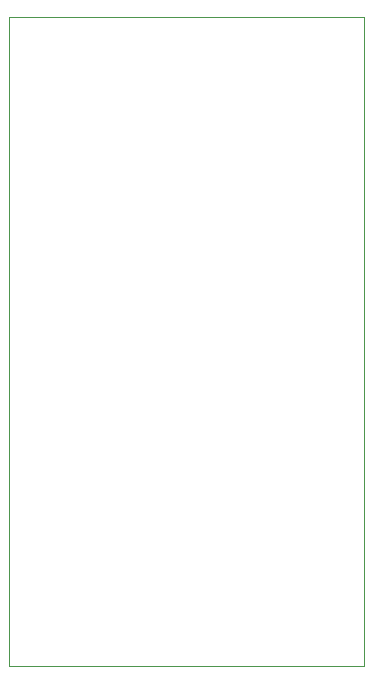
<source format=gm1>
G04 #@! TF.GenerationSoftware,KiCad,Pcbnew,5.99.0+really5.1.10+dfsg1-1*
G04 #@! TF.CreationDate,2022-07-07T23:47:34+02:00*
G04 #@! TF.ProjectId,sensorbox-battery-powered,73656e73-6f72-4626-9f78-2d6261747465,rev?*
G04 #@! TF.SameCoordinates,Original*
G04 #@! TF.FileFunction,Profile,NP*
%FSLAX46Y46*%
G04 Gerber Fmt 4.6, Leading zero omitted, Abs format (unit mm)*
G04 Created by KiCad (PCBNEW 5.99.0+really5.1.10+dfsg1-1) date 2022-07-07 23:47:34*
%MOMM*%
%LPD*%
G01*
G04 APERTURE LIST*
G04 #@! TA.AperFunction,Profile*
%ADD10C,0.050000*%
G04 #@! TD*
G04 APERTURE END LIST*
D10*
X0Y-55000000D02*
X0Y0D01*
X30000000Y-55000000D02*
X0Y-55000000D01*
X30000000Y0D02*
X30000000Y-55000000D01*
X0Y0D02*
X30000000Y0D01*
M02*

</source>
